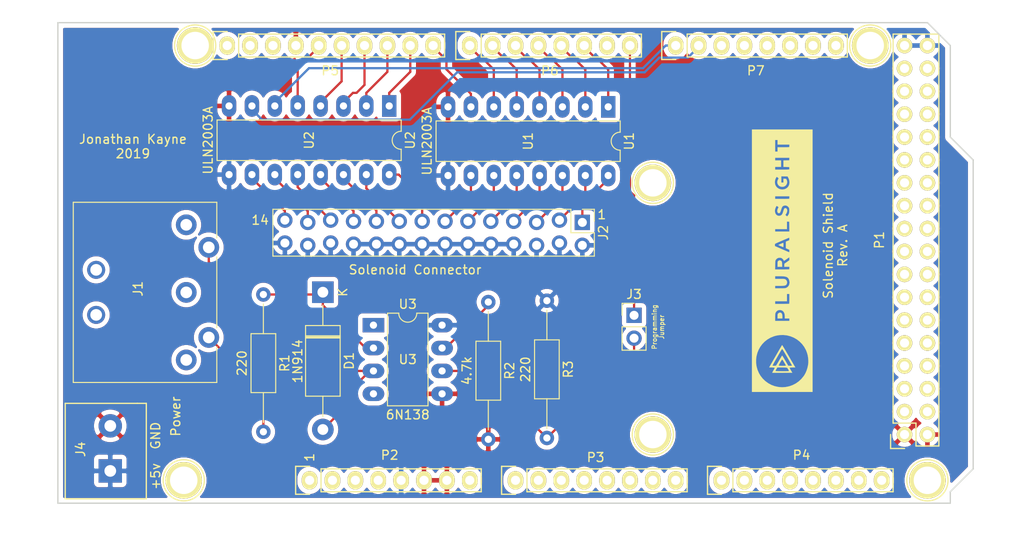
<source format=kicad_pcb>
(kicad_pcb (version 20171130) (host pcbnew "(5.1.0)-1")
  (title_block (date "mar. 31 mars 2015"))
  (layers (0 F.Cu signal) (31 B.Cu signal) (34 B.Paste user) (35 F.Paste user) (36 B.SilkS user) (37 F.SilkS user) (38 B.Mask user) (39 F.Mask user) (44 Edge.Cuts user))
  (net 0 "")
  (net 1 GND)
  (net 2 "/52(SCK)")
  (net 3 "/53(SS)")
  (net 4 "/50(MISO)")
  (net 5 "/51(MOSI)")
  (net 6 /48)
  (net 7 /49)
  (net 8 /46)
  (net 9 /47)
  (net 10 /44)
  (net 11 /45)
  (net 12 /42)
  (net 13 /43)
  (net 14 /40)
  (net 15 /41)
  (net 16 /38)
  (net 17 /39)
  (net 18 /36)
  (net 19 /37)
  (net 20 /34)
  (net 21 /35)
  (net 22 /32)
  (net 23 /33)
  (net 24 /30)
  (net 25 /31)
  (net 26 /28)
  (net 27 /29)
  (net 28 /26)
  (net 29 /27)
  (net 30 /24)
  (net 31 /25)
  (net 32 /22)
  (net 33 /23)
  (net 34 +5V)
  (net 35 /IOREF)
  (net 36 /Reset)
  (net 37 /Vin)
  (net 38 /A0)
  (net 39 /A1)
  (net 40 /A2)
  (net 41 /A3)
  (net 42 /A4)
  (net 43 /A5)
  (net 44 /A6)
  (net 45 /A7)
  (net 46 /A8)
  (net 47 /A9)
  (net 48 /A10)
  (net 49 /A11)
  (net 50 /A12)
  (net 51 /A13)
  (net 52 /A14)
  (net 53 /A15)
  (net 54 /SCL)
  (net 55 /SDA)
  (net 56 /AREF)
  (net 57 "/13(**)")
  (net 58 "/12(**)")
  (net 59 "/11(**)")
  (net 60 "/10(**)")
  (net 61 "/9(**)")
  (net 62 "/8(**)")
  (net 63 "/7(**)")
  (net 64 "/6(**)")
  (net 65 "/5(**)")
  (net 66 "/4(**)")
  (net 67 "/3(**)")
  (net 68 "/2(**)")
  (net 69 "/20(SDA)")
  (net 70 "/21(SCL)")
  (net 71 "Net-(P8-Pad1)")
  (net 72 "Net-(P9-Pad1)")
  (net 73 "Net-(P10-Pad1)")
  (net 74 "Net-(P11-Pad1)")
  (net 75 "Net-(P12-Pad1)")
  (net 76 "Net-(P13-Pad1)")
  (net 77 "Net-(P2-Pad1)")
  (net 78 +3V3)
  (net 79 "/1(Tx0)")
  (net 80 "/14(Tx3)")
  (net 81 "/15(Rx3)")
  (net 82 "/16(Tx2)")
  (net 83 "/17(Rx2)")
  (net 84 "/18(Tx1)")
  (net 85 "/19(Rx1)")
  (net 86 "Net-(D1-Pad1)")
  (net 87 "Net-(D1-Pad2)")
  (net 88 "Net-(J1-Pad3)")
  (net 89 "Net-(J1-Pad2)")
  (net 90 "Net-(J1-Pad1)")
  (net 91 "Net-(J1-Pad4)")
  (net 92 S14)
  (net 93 S13)
  (net 94 S12)
  (net 95 S11)
  (net 96 S10)
  (net 97 S9)
  (net 98 S8)
  (net 99 S7)
  (net 100 S6)
  (net 101 S5)
  (net 102 S4)
  (net 103 S3)
  (net 104 S2)
  (net 105 S1)
  (net 106 MIDI_Rx)
  (net 107 "Net-(R2-Pad1)")
  (net 108 "Net-(U3-Pad1)")
  (net 109 "Net-(U3-Pad4)")
  (net 110 "/0(Rx0)")
  (module "Pluralsight:Pluralsight Logo" (layer F.Cu) (at 183.769 94.7674 90)
    (fp_text reference G*** hide)
    (fp_text value LOGO hide)
  )
  (module Socket_Arduino_Mega:Socket_Strip_Arduino_2x18 (layer F.Cu) (at 197.358 114.046 90)
    (fp_text reference P1 (at 21.59 -2.794 90) (layer F.SilkS))
    (fp_text value Digital)
    (pad 1 thru_hole circle (at 0 0 90) (size 1.7272 1.7272) (drill 1.016) (layers *.Cu *.Mask F.SilkS) (net 1 GND))
    (pad 2 thru_hole oval (at 0 2.54 90) (size 1.7272 1.7272) (drill 1.016) (layers *.Cu *.Mask F.SilkS) (net 1 GND))
    (pad 3 thru_hole oval (at 2.54 0 90) (size 1.7272 1.7272) (drill 1.016) (layers *.Cu *.Mask F.SilkS) (net 2 "/52(SCK)"))
    (pad 4 thru_hole oval (at 2.54 2.54 90) (size 1.7272 1.7272) (drill 1.016) (layers *.Cu *.Mask F.SilkS) (net 3 "/53(SS)"))
    (pad 5 thru_hole oval (at 5.08 0 90) (size 1.7272 1.7272) (drill 1.016) (layers *.Cu *.Mask F.SilkS) (net 4 "/50(MISO)"))
    (pad 6 thru_hole oval (at 5.08 2.54 90) (size 1.7272 1.7272) (drill 1.016) (layers *.Cu *.Mask F.SilkS) (net 5 "/51(MOSI)"))
    (pad 7 thru_hole oval (at 7.62 0 90) (size 1.7272 1.7272) (drill 1.016) (layers *.Cu *.Mask F.SilkS) (net 6 /48))
    (pad 8 thru_hole oval (at 7.62 2.54 90) (size 1.7272 1.7272) (drill 1.016) (layers *.Cu *.Mask F.SilkS) (net 7 /49))
    (pad 9 thru_hole oval (at 10.16 0 90) (size 1.7272 1.7272) (drill 1.016) (layers *.Cu *.Mask F.SilkS) (net 8 /46))
    (pad 10 thru_hole oval (at 10.16 2.54 90) (size 1.7272 1.7272) (drill 1.016) (layers *.Cu *.Mask F.SilkS) (net 9 /47))
    (pad 11 thru_hole oval (at 12.7 0 90) (size 1.7272 1.7272) (drill 1.016) (layers *.Cu *.Mask F.SilkS) (net 10 /44))
    (pad 12 thru_hole oval (at 12.7 2.54 90) (size 1.7272 1.7272) (drill 1.016) (layers *.Cu *.Mask F.SilkS) (net 11 /45))
    (pad 13 thru_hole oval (at 15.24 0 90) (size 1.7272 1.7272) (drill 1.016) (layers *.Cu *.Mask F.SilkS) (net 12 /42))
    (pad 14 thru_hole oval (at 15.24 2.54 90) (size 1.7272 1.7272) (drill 1.016) (layers *.Cu *.Mask F.SilkS) (net 13 /43))
    (pad 15 thru_hole oval (at 17.78 0 90) (size 1.7272 1.7272) (drill 1.016) (layers *.Cu *.Mask F.SilkS) (net 14 /40))
    (pad 16 thru_hole oval (at 17.78 2.54 90) (size 1.7272 1.7272) (drill 1.016) (layers *.Cu *.Mask F.SilkS) (net 15 /41))
    (pad 17 thru_hole oval (at 20.32 0 90) (size 1.7272 1.7272) (drill 1.016) (layers *.Cu *.Mask F.SilkS) (net 16 /38))
    (pad 18 thru_hole oval (at 20.32 2.54 90) (size 1.7272 1.7272) (drill 1.016) (layers *.Cu *.Mask F.SilkS) (net 17 /39))
    (pad 19 thru_hole oval (at 22.86 0 90) (size 1.7272 1.7272) (drill 1.016) (layers *.Cu *.Mask F.SilkS) (net 18 /36))
    (pad 20 thru_hole oval (at 22.86 2.54 90) (size 1.7272 1.7272) (drill 1.016) (layers *.Cu *.Mask F.SilkS) (net 19 /37))
    (pad 21 thru_hole oval (at 25.4 0 90) (size 1.7272 1.7272) (drill 1.016) (layers *.Cu *.Mask F.SilkS) (net 20 /34))
    (pad 22 thru_hole oval (at 25.4 2.54 90) (size 1.7272 1.7272) (drill 1.016) (layers *.Cu *.Mask F.SilkS) (net 21 /35))
    (pad 23 thru_hole oval (at 27.94 0 90) (size 1.7272 1.7272) (drill 1.016) (layers *.Cu *.Mask F.SilkS) (net 22 /32))
    (pad 24 thru_hole oval (at 27.94 2.54 90) (size 1.7272 1.7272) (drill 1.016) (layers *.Cu *.Mask F.SilkS) (net 23 /33))
    (pad 25 thru_hole oval (at 30.48 0 90) (size 1.7272 1.7272) (drill 1.016) (layers *.Cu *.Mask F.SilkS) (net 24 /30))
    (pad 26 thru_hole oval (at 30.48 2.54 90) (size 1.7272 1.7272) (drill 1.016) (layers *.Cu *.Mask F.SilkS) (net 25 /31))
    (pad 27 thru_hole oval (at 33.02 0 90) (size 1.7272 1.7272) (drill 1.016) (layers *.Cu *.Mask F.SilkS) (net 26 /28))
    (pad 28 thru_hole oval (at 33.02 2.54 90) (size 1.7272 1.7272) (drill 1.016) (layers *.Cu *.Mask F.SilkS) (net 27 /29))
    (pad 29 thru_hole oval (at 35.56 0 90) (size 1.7272 1.7272) (drill 1.016) (layers *.Cu *.Mask F.SilkS) (net 28 /26))
    (pad 30 thru_hole oval (at 35.56 2.54 90) (size 1.7272 1.7272) (drill 1.016) (layers *.Cu *.Mask F.SilkS) (net 29 /27))
    (pad 31 thru_hole oval (at 38.1 0 90) (size 1.7272 1.7272) (drill 1.016) (layers *.Cu *.Mask F.SilkS) (net 30 /24))
    (pad 32 thru_hole oval (at 38.1 2.54 90) (size 1.7272 1.7272) (drill 1.016) (layers *.Cu *.Mask F.SilkS) (net 31 /25))
    (pad 33 thru_hole oval (at 40.64 0 90) (size 1.7272 1.7272) (drill 1.016) (layers *.Cu *.Mask F.SilkS) (net 32 /22))
    (pad 34 thru_hole oval (at 40.64 2.54 90) (size 1.7272 1.7272) (drill 1.016) (layers *.Cu *.Mask F.SilkS) (net 33 /23))
    (pad 35 thru_hole oval (at 43.18 0 90) (size 1.7272 1.7272) (drill 1.016) (layers *.Cu *.Mask F.SilkS) (net 34 +5V))
    (pad 36 thru_hole oval (at 43.18 2.54 90) (size 1.7272 1.7272) (drill 1.016) (layers *.Cu *.Mask F.SilkS) (net 34 +5V))
  )
  (module Socket_Arduino_Mega:Socket_Strip_Arduino_1x08 (layer F.Cu) (at 131.318 119.126)
    (fp_text reference P2 (at 8.89 -2.794) (layer F.SilkS))
    (fp_text value Power)
    (pad 1 thru_hole oval (at 0 0) (size 1.7272 2.032) (drill 1.016) (layers *.Cu *.Mask F.SilkS) (net 77 "Net-(P2-Pad1)"))
    (pad 2 thru_hole oval (at 2.54 0) (size 1.7272 2.032) (drill 1.016) (layers *.Cu *.Mask F.SilkS) (net 35 /IOREF))
    (pad 3 thru_hole oval (at 5.08 0) (size 1.7272 2.032) (drill 1.016) (layers *.Cu *.Mask F.SilkS) (net 36 /Reset))
    (pad 4 thru_hole oval (at 7.62 0) (size 1.7272 2.032) (drill 1.016) (layers *.Cu *.Mask F.SilkS) (net 78 +3V3))
    (pad 5 thru_hole oval (at 10.16 0) (size 1.7272 2.032) (drill 1.016) (layers *.Cu *.Mask F.SilkS) (net 34 +5V))
    (pad 6 thru_hole oval (at 12.7 0) (size 1.7272 2.032) (drill 1.016) (layers *.Cu *.Mask F.SilkS) (net 1 GND))
    (pad 7 thru_hole oval (at 15.24 0) (size 1.7272 2.032) (drill 1.016) (layers *.Cu *.Mask F.SilkS) (net 1 GND))
    (pad 8 thru_hole oval (at 17.78 0) (size 1.7272 2.032) (drill 1.016) (layers *.Cu *.Mask F.SilkS) (net 37 /Vin))
  )
  (module Socket_Arduino_Mega:Socket_Strip_Arduino_1x08 (layer F.Cu) (at 154.178 119.126)
    (fp_text reference P3 (at 8.89 -2.54) (layer F.SilkS))
    (fp_text value Analog)
    (pad 1 thru_hole oval (at 0 0) (size 1.7272 2.032) (drill 1.016) (layers *.Cu *.Mask F.SilkS) (net 38 /A0))
    (pad 2 thru_hole oval (at 2.54 0) (size 1.7272 2.032) (drill 1.016) (layers *.Cu *.Mask F.SilkS) (net 39 /A1))
    (pad 3 thru_hole oval (at 5.08 0) (size 1.7272 2.032) (drill 1.016) (layers *.Cu *.Mask F.SilkS) (net 40 /A2))
    (pad 4 thru_hole oval (at 7.62 0) (size 1.7272 2.032) (drill 1.016) (layers *.Cu *.Mask F.SilkS) (net 41 /A3))
    (pad 5 thru_hole oval (at 10.16 0) (size 1.7272 2.032) (drill 1.016) (layers *.Cu *.Mask F.SilkS) (net 42 /A4))
    (pad 6 thru_hole oval (at 12.7 0) (size 1.7272 2.032) (drill 1.016) (layers *.Cu *.Mask F.SilkS) (net 43 /A5))
    (pad 7 thru_hole oval (at 15.24 0) (size 1.7272 2.032) (drill 1.016) (layers *.Cu *.Mask F.SilkS) (net 44 /A6))
    (pad 8 thru_hole oval (at 17.78 0) (size 1.7272 2.032) (drill 1.016) (layers *.Cu *.Mask F.SilkS) (net 45 /A7))
  )
  (module Socket_Arduino_Mega:Socket_Strip_Arduino_1x08 (layer F.Cu) (at 177.038 119.126)
    (fp_text reference P4 (at 8.89 -2.794) (layer F.SilkS))
    (fp_text value Analog)
    (pad 1 thru_hole oval (at 0 0) (size 1.7272 2.032) (drill 1.016) (layers *.Cu *.Mask F.SilkS) (net 46 /A8))
    (pad 2 thru_hole oval (at 2.54 0) (size 1.7272 2.032) (drill 1.016) (layers *.Cu *.Mask F.SilkS) (net 47 /A9))
    (pad 3 thru_hole oval (at 5.08 0) (size 1.7272 2.032) (drill 1.016) (layers *.Cu *.Mask F.SilkS) (net 48 /A10))
    (pad 4 thru_hole oval (at 7.62 0) (size 1.7272 2.032) (drill 1.016) (layers *.Cu *.Mask F.SilkS) (net 49 /A11))
    (pad 5 thru_hole oval (at 10.16 0) (size 1.7272 2.032) (drill 1.016) (layers *.Cu *.Mask F.SilkS) (net 50 /A12))
    (pad 6 thru_hole oval (at 12.7 0) (size 1.7272 2.032) (drill 1.016) (layers *.Cu *.Mask F.SilkS) (net 51 /A13))
    (pad 7 thru_hole oval (at 15.24 0) (size 1.7272 2.032) (drill 1.016) (layers *.Cu *.Mask F.SilkS) (net 52 /A14))
    (pad 8 thru_hole oval (at 17.78 0) (size 1.7272 2.032) (drill 1.016) (layers *.Cu *.Mask F.SilkS) (net 53 /A15))
  )
  (module Socket_Arduino_Mega:Socket_Strip_Arduino_1x10 (layer F.Cu) (at 122.174 70.866)
    (fp_text reference P5 (at 11.43 2.794) (layer F.SilkS))
    (fp_text value PWM)
    (pad 1 thru_hole oval (at 0 0) (size 1.7272 2.032) (drill 1.016) (layers *.Cu *.Mask F.SilkS) (net 54 /SCL))
    (pad 2 thru_hole oval (at 2.54 0) (size 1.7272 2.032) (drill 1.016) (layers *.Cu *.Mask F.SilkS) (net 55 /SDA))
    (pad 3 thru_hole oval (at 5.08 0) (size 1.7272 2.032) (drill 1.016) (layers *.Cu *.Mask F.SilkS) (net 56 /AREF))
    (pad 4 thru_hole oval (at 7.62 0) (size 1.7272 2.032) (drill 1.016) (layers *.Cu *.Mask F.SilkS) (net 1 GND))
    (pad 5 thru_hole oval (at 10.16 0) (size 1.7272 2.032) (drill 1.016) (layers *.Cu *.Mask F.SilkS) (net 57 "/13(**)"))
    (pad 6 thru_hole oval (at 12.7 0) (size 1.7272 2.032) (drill 1.016) (layers *.Cu *.Mask F.SilkS) (net 58 "/12(**)"))
    (pad 7 thru_hole oval (at 15.24 0) (size 1.7272 2.032) (drill 1.016) (layers *.Cu *.Mask F.SilkS) (net 59 "/11(**)"))
    (pad 8 thru_hole oval (at 17.78 0) (size 1.7272 2.032) (drill 1.016) (layers *.Cu *.Mask F.SilkS) (net 60 "/10(**)"))
    (pad 9 thru_hole oval (at 20.32 0) (size 1.7272 2.032) (drill 1.016) (layers *.Cu *.Mask F.SilkS) (net 61 "/9(**)"))
    (pad 10 thru_hole oval (at 22.86 0) (size 1.7272 2.032) (drill 1.016) (layers *.Cu *.Mask F.SilkS) (net 62 "/8(**)"))
  )
  (module Socket_Arduino_Mega:Socket_Strip_Arduino_1x08 (layer F.Cu) (at 149.098 70.866)
    (fp_text reference P6 (at 8.89 2.794) (layer F.SilkS))
    (fp_text value PWM)
    (pad 1 thru_hole oval (at 0 0) (size 1.7272 2.032) (drill 1.016) (layers *.Cu *.Mask F.SilkS) (net 63 "/7(**)"))
    (pad 2 thru_hole oval (at 2.54 0) (size 1.7272 2.032) (drill 1.016) (layers *.Cu *.Mask F.SilkS) (net 64 "/6(**)"))
    (pad 3 thru_hole oval (at 5.08 0) (size 1.7272 2.032) (drill 1.016) (layers *.Cu *.Mask F.SilkS) (net 65 "/5(**)"))
    (pad 4 thru_hole oval (at 7.62 0) (size 1.7272 2.032) (drill 1.016) (layers *.Cu *.Mask F.SilkS) (net 66 "/4(**)"))
    (pad 5 thru_hole oval (at 10.16 0) (size 1.7272 2.032) (drill 1.016) (layers *.Cu *.Mask F.SilkS) (net 67 "/3(**)"))
    (pad 6 thru_hole oval (at 12.7 0) (size 1.7272 2.032) (drill 1.016) (layers *.Cu *.Mask F.SilkS) (net 68 "/2(**)"))
    (pad 7 thru_hole oval (at 15.24 0) (size 1.7272 2.032) (drill 1.016) (layers *.Cu *.Mask F.SilkS) (net 79 "/1(Tx0)"))
    (pad 8 thru_hole oval (at 17.78 0) (size 1.7272 2.032) (drill 1.016) (layers *.Cu *.Mask F.SilkS) (net 110 "/0(Rx0)"))
  )
  (module Socket_Arduino_Mega:Socket_Strip_Arduino_1x08 (layer F.Cu) (at 171.958 70.866)
    (fp_text reference P7 (at 8.89 2.794) (layer F.SilkS))
    (fp_text value Communication)
    (pad 1 thru_hole oval (at 0 0) (size 1.7272 2.032) (drill 1.016) (layers *.Cu *.Mask F.SilkS) (net 80 "/14(Tx3)"))
    (pad 2 thru_hole oval (at 2.54 0) (size 1.7272 2.032) (drill 1.016) (layers *.Cu *.Mask F.SilkS) (net 81 "/15(Rx3)"))
    (pad 3 thru_hole oval (at 5.08 0) (size 1.7272 2.032) (drill 1.016) (layers *.Cu *.Mask F.SilkS) (net 82 "/16(Tx2)"))
    (pad 4 thru_hole oval (at 7.62 0) (size 1.7272 2.032) (drill 1.016) (layers *.Cu *.Mask F.SilkS) (net 83 "/17(Rx2)"))
    (pad 5 thru_hole oval (at 10.16 0) (size 1.7272 2.032) (drill 1.016) (layers *.Cu *.Mask F.SilkS) (net 84 "/18(Tx1)"))
    (pad 6 thru_hole oval (at 12.7 0) (size 1.7272 2.032) (drill 1.016) (layers *.Cu *.Mask F.SilkS) (net 85 "/19(Rx1)"))
    (pad 7 thru_hole oval (at 15.24 0) (size 1.7272 2.032) (drill 1.016) (layers *.Cu *.Mask F.SilkS) (net 69 "/20(SDA)"))
    (pad 8 thru_hole oval (at 17.78 0) (size 1.7272 2.032) (drill 1.016) (layers *.Cu *.Mask F.SilkS) (net 70 "/21(SCL)"))
  )
  (module Socket_Arduino_Mega:Arduino_1pin (layer F.Cu) (at 117.348 119.126)
    (fp_text reference P8 hide)
    (fp_text value CONN_01X01 hide)
    (pad 1 thru_hole circle (at 0 0) (size 4.064 4.064) (drill 3.048) (layers *.Cu *.Mask F.SilkS) (net 71 "Net-(P8-Pad1)"))
  )
  (module Socket_Arduino_Mega:Arduino_1pin (layer F.Cu) (at 169.418 114.046)
    (fp_text reference P9 hide)
    (fp_text value CONN_01X01 hide)
    (pad 1 thru_hole circle (at 0 0) (size 4.064 4.064) (drill 3.048) (layers *.Cu *.Mask F.SilkS) (net 72 "Net-(P9-Pad1)"))
  )
  (module Socket_Arduino_Mega:Arduino_1pin (layer F.Cu) (at 199.898 119.126)
    (fp_text reference P10 hide)
    (fp_text value CONN_01X01 hide)
    (pad 1 thru_hole circle (at 0 0) (size 4.064 4.064) (drill 3.048) (layers *.Cu *.Mask F.SilkS) (net 73 "Net-(P10-Pad1)"))
  )
  (module Socket_Arduino_Mega:Arduino_1pin (layer F.Cu) (at 118.618 70.866)
    (fp_text reference P11 hide)
    (fp_text value CONN_01X01 hide)
    (pad 1 thru_hole circle (at 0 0) (size 4.064 4.064) (drill 3.048) (layers *.Cu *.Mask F.SilkS) (net 74 "Net-(P11-Pad1)"))
  )
  (module Socket_Arduino_Mega:Arduino_1pin (layer F.Cu) (at 169.418 86.106)
    (fp_text reference P12 hide)
    (fp_text value CONN_01X01 hide)
    (pad 1 thru_hole circle (at 0 0) (size 4.064 4.064) (drill 3.048) (layers *.Cu *.Mask F.SilkS) (net 75 "Net-(P12-Pad1)"))
  )
  (module Socket_Arduino_Mega:Arduino_1pin (layer F.Cu) (at 193.548 70.866)
    (fp_text reference P13 hide)
    (fp_text value CONN_01X01 hide)
    (pad 1 thru_hole circle (at 0 0) (size 4.064 4.064) (drill 3.048) (layers *.Cu *.Mask F.SilkS) (net 76 "Net-(P13-Pad1)"))
  )
  (module Diode_THT:D_DO-15_P15.24mm_Horizontal (layer F.Cu) (at 132.7912 98.2472 270)
    (fp_text reference D1 (at 7.62 -2.92 270) (layer F.SilkS))
    (fp_text value 1N914 (at 7.6708 2.794 270) (layer F.SilkS))
    (fp_text user K (at 0 -2.2 270) (layer F.SilkS))
    (pad 1 thru_hole rect (at 0 0 270) (size 2.4 2.4) (drill 1.2) (layers *.Cu *.Mask) (net 86 "Net-(D1-Pad1)"))
    (pad 2 thru_hole oval (at 15.24 0 270) (size 2.4 2.4) (drill 1.2) (layers *.Cu *.Mask) (net 87 "Net-(D1-Pad2)"))
  )
  (module Connectors:SDS-50J (layer F.Cu) (at 117.6274 105.7656 90)
    (fp_text reference J1 (at 7.8994 -5.3594 90) (layer F.SilkS))
    (fp_text value DIN-5_180degree)
    (pad 5 thru_hole circle (at 12.5 2.5 90) (size 2.3 2.3) (drill 1.3) (layers *.Cu *.Mask) (net 87 "Net-(D1-Pad2)"))
    (pad "" thru_hole circle (at 5 -10 90) (size 2 2) (drill 1.3) (layers *.Cu *.Mask))
    (pad 3 thru_hole circle (at 15 0 90) (size 2.3 2.3) (drill 1.3) (layers *.Cu *.Mask) (net 88 "Net-(J1-Pad3)"))
    (pad 2 thru_hole circle (at 7.5 0 90) (size 2.3 2.3) (drill 1.3) (layers *.Cu *.Mask) (net 89 "Net-(J1-Pad2)"))
    (pad 1 thru_hole circle (at 0 0 90) (size 2.3 2.3) (drill 1.3) (layers *.Cu *.Mask) (net 90 "Net-(J1-Pad1)"))
    (pad 4 thru_hole circle (at 2.5 2.5 90) (size 2.3 2.3) (drill 1.3) (layers *.Cu *.Mask) (net 91 "Net-(J1-Pad4)"))
    (pad "" thru_hole circle (at 10 -10 90) (size 2 2) (drill 1.3) (layers *.Cu *.Mask))
  )
  (module Pluralsight:PinHeader_2x14_P2.54mm_Vertical_zigzag (layer F.Cu) (at 161.5948 90.3732 270)
    (fp_text reference J2 (at 1.27 -2.33 270) (layer F.SilkS))
    (fp_text value "Solenoid Connector" (at 5.3848 18.5674) (layer F.SilkS))
    (pad 28 thru_hole oval (at 2.413 33.02 270) (size 1.7 1.7) (drill 1) (layers *.Cu *.Mask) (net 34 +5V))
    (pad 27 thru_hole oval (at -0.127 33.02 270) (size 1.7 1.7) (drill 1) (layers *.Cu *.Mask) (net 92 S14))
    (pad 26 thru_hole oval (at 2.667 30.48 270) (size 1.7 1.7) (drill 1) (layers *.Cu *.Mask) (net 34 +5V))
    (pad 25 thru_hole oval (at 0.127 30.48 270) (size 1.7 1.7) (drill 1) (layers *.Cu *.Mask) (net 93 S13))
    (pad 24 thru_hole oval (at 2.413 27.94 270) (size 1.7 1.7) (drill 1) (layers *.Cu *.Mask) (net 34 +5V))
    (pad 23 thru_hole oval (at -0.127 27.94 270) (size 1.7 1.7) (drill 1) (layers *.Cu *.Mask) (net 94 S12))
    (pad 22 thru_hole oval (at 2.54 25.4 270) (size 1.7 1.7) (drill 1) (layers *.Cu *.Mask) (net 34 +5V))
    (pad 21 thru_hole oval (at 0 25.4 270) (size 1.7 1.7) (drill 1) (layers *.Cu *.Mask) (net 95 S11))
    (pad 20 thru_hole oval (at 2.54 22.86 270) (size 1.7 1.7) (drill 1) (layers *.Cu *.Mask) (net 34 +5V))
    (pad 19 thru_hole oval (at 0 22.86 270) (size 1.7 1.7) (drill 1) (layers *.Cu *.Mask) (net 96 S10))
    (pad 18 thru_hole oval (at 2.54 20.32 270) (size 1.7 1.7) (drill 1) (layers *.Cu *.Mask) (net 34 +5V))
    (pad 17 thru_hole oval (at 0 20.32 270) (size 1.7 1.7) (drill 1) (layers *.Cu *.Mask) (net 97 S9))
    (pad 16 thru_hole oval (at 2.54 17.78 270) (size 1.7 1.7) (drill 1) (layers *.Cu *.Mask) (net 34 +5V))
    (pad 15 thru_hole oval (at 0 17.78 270) (size 1.7 1.7) (drill 1) (layers *.Cu *.Mask) (net 98 S8))
    (pad 14 thru_hole oval (at 2.54 15.24 270) (size 1.7 1.7) (drill 1) (layers *.Cu *.Mask) (net 34 +5V))
    (pad 13 thru_hole oval (at 0 15.24 270) (size 1.7 1.7) (drill 1) (layers *.Cu *.Mask) (net 99 S7))
    (pad 12 thru_hole oval (at 2.54 12.7 270) (size 1.7 1.7) (drill 1) (layers *.Cu *.Mask) (net 34 +5V))
    (pad 11 thru_hole oval (at 0 12.7 270) (size 1.7 1.7) (drill 1) (layers *.Cu *.Mask) (net 100 S6))
    (pad 10 thru_hole oval (at 2.54 10.16 270) (size 1.7 1.7) (drill 1) (layers *.Cu *.Mask) (net 34 +5V))
    (pad 9 thru_hole oval (at 0 10.16 270) (size 1.7 1.7) (drill 1) (layers *.Cu *.Mask) (net 101 S5))
    (pad 8 thru_hole oval (at 2.54 7.62 270) (size 1.7 1.7) (drill 1) (layers *.Cu *.Mask) (net 34 +5V))
    (pad 7 thru_hole oval (at 0 7.62 270) (size 1.7 1.7) (drill 1) (layers *.Cu *.Mask) (net 102 S4))
    (pad 6 thru_hole oval (at 2.667 5.08 270) (size 1.7 1.7) (drill 1) (layers *.Cu *.Mask) (net 34 +5V))
    (pad 5 thru_hole oval (at 0.127 5.08 270) (size 1.7 1.7) (drill 1) (layers *.Cu *.Mask) (net 103 S3))
    (pad 4 thru_hole oval (at 2.413 2.54 270) (size 1.7 1.7) (drill 1) (layers *.Cu *.Mask) (net 34 +5V))
    (pad 3 thru_hole oval (at -0.127 2.54 270) (size 1.7 1.7) (drill 1) (layers *.Cu *.Mask) (net 104 S2))
    (pad 2 thru_hole oval (at 2.667 0 270) (size 1.7 1.7) (drill 1) (layers *.Cu *.Mask) (net 34 +5V))
    (pad 1 thru_hole rect (at 0.127 0 270) (size 1.7 1.7) (drill 1) (layers *.Cu *.Mask) (net 105 S1))
  )
  (module Resistor_THT:R_Axial_DIN0207_L6.3mm_D2.5mm_P15.24mm_Horizontal (layer F.Cu) (at 126.1872 98.5012 270)
    (fp_text reference R1 (at 7.62 -2.37 270) (layer F.SilkS))
    (fp_text value 220 (at 7.62 2.37 270) (layer F.SilkS))
    (pad 1 thru_hole circle (at 0 0 270) (size 1.6 1.6) (drill 0.8) (layers *.Cu *.Mask) (net 86 "Net-(D1-Pad1)"))
    (pad 2 thru_hole oval (at 15.24 0 270) (size 1.6 1.6) (drill 0.8) (layers *.Cu *.Mask) (net 91 "Net-(J1-Pad4)"))
  )
  (module Resistor_THT:R_Axial_DIN0207_L6.3mm_D2.5mm_P15.24mm_Horizontal (layer F.Cu) (at 151.1554 99.3394 270)
    (fp_text reference R2 (at 7.62 -2.37 270) (layer F.SilkS))
    (fp_text value 4.7k (at 7.62 2.37 270) (layer F.SilkS))
    (pad 1 thru_hole circle (at 0 0 270) (size 1.6 1.6) (drill 0.8) (layers *.Cu *.Mask) (net 107 "Net-(R2-Pad1)"))
    (pad 2 thru_hole oval (at 15.24 0 270) (size 1.6 1.6) (drill 0.8) (layers *.Cu *.Mask) (net 1 GND))
  )
  (module Resistor_THT:R_Axial_DIN0207_L6.3mm_D2.5mm_P15.24mm_Horizontal (layer F.Cu) (at 157.6578 99.187 270)
    (fp_text reference R3 (at 7.62 -2.37 270) (layer F.SilkS))
    (fp_text value 220 (at 7.62 2.37 270) (layer F.SilkS))
    (pad 2 thru_hole oval (at 15.24 0 270) (size 1.6 1.6) (drill 0.8) (layers *.Cu *.Mask) (net 106 MIDI_Rx))
    (pad 1 thru_hole circle (at 0 0 270) (size 1.6 1.6) (drill 0.8) (layers *.Cu *.Mask) (net 34 +5V))
  )
  (module Package_DIP:DIP-16_W7.62mm_LongPads (layer F.Cu) (at 164.465 77.6732 270)
    (fp_text reference U1 (at 3.81 -2.33 270) (layer F.SilkS))
    (fp_text value ULN2003A (at 3.81 20.11 270) (layer F.SilkS))
    (fp_text user %R (at 3.81 8.89 270) (layer F.SilkS))
    (pad 1 thru_hole rect (at 0 0 270) (size 2.4 1.6) (drill 0.8) (layers *.Cu *.Mask) (net 68 "/2(**)"))
    (pad 9 thru_hole oval (at 7.62 17.78 270) (size 2.4 1.6) (drill 0.8) (layers *.Cu *.Mask) (net 34 +5V))
    (pad 2 thru_hole oval (at 0 2.54 270) (size 2.4 1.6) (drill 0.8) (layers *.Cu *.Mask) (net 67 "/3(**)"))
    (pad 10 thru_hole oval (at 7.62 15.24 270) (size 2.4 1.6) (drill 0.8) (layers *.Cu *.Mask) (net 99 S7))
    (pad 3 thru_hole oval (at 0 5.08 270) (size 2.4 1.6) (drill 0.8) (layers *.Cu *.Mask) (net 66 "/4(**)"))
    (pad 11 thru_hole oval (at 7.62 12.7 270) (size 2.4 1.6) (drill 0.8) (layers *.Cu *.Mask) (net 100 S6))
    (pad 4 thru_hole oval (at 0 7.62 270) (size 2.4 1.6) (drill 0.8) (layers *.Cu *.Mask) (net 65 "/5(**)"))
    (pad 12 thru_hole oval (at 7.62 10.16 270) (size 2.4 1.6) (drill 0.8) (layers *.Cu *.Mask) (net 101 S5))
    (pad 5 thru_hole oval (at 0 10.16 270) (size 2.4 1.6) (drill 0.8) (layers *.Cu *.Mask) (net 64 "/6(**)"))
    (pad 13 thru_hole oval (at 7.62 7.62 270) (size 2.4 1.6) (drill 0.8) (layers *.Cu *.Mask) (net 102 S4))
    (pad 6 thru_hole oval (at 0 12.7 270) (size 2.4 1.6) (drill 0.8) (layers *.Cu *.Mask) (net 63 "/7(**)"))
    (pad 14 thru_hole oval (at 7.62 5.08 270) (size 2.4 1.6) (drill 0.8) (layers *.Cu *.Mask) (net 103 S3))
    (pad 7 thru_hole oval (at 0 15.24 270) (size 2.4 1.6) (drill 0.8) (layers *.Cu *.Mask) (net 62 "/8(**)"))
    (pad 15 thru_hole oval (at 7.62 2.54 270) (size 2.4 1.6) (drill 0.8) (layers *.Cu *.Mask) (net 104 S2))
    (pad 8 thru_hole oval (at 0 17.78 270) (size 2.4 1.6) (drill 0.8) (layers *.Cu *.Mask) (net 1 GND))
    (pad 16 thru_hole oval (at 7.62 0 270) (size 2.4 1.6) (drill 0.8) (layers *.Cu *.Mask) (net 105 S1))
  )
  (module Package_DIP:DIP-16_W7.62mm_LongPads (layer F.Cu) (at 140.1572 77.5716 270)
    (fp_text reference U2 (at 3.81 -2.33 270) (layer F.SilkS))
    (fp_text value ULN2003A (at 3.81 20.11 270) (layer F.SilkS))
    (fp_text user %R (at 3.81 8.89 270) (layer F.SilkS))
    (pad 16 thru_hole oval (at 7.62 0 270) (size 2.4 1.6) (drill 0.8) (layers *.Cu *.Mask) (net 98 S8))
    (pad 8 thru_hole oval (at 0 17.78 270) (size 2.4 1.6) (drill 0.8) (layers *.Cu *.Mask) (net 1 GND))
    (pad 15 thru_hole oval (at 7.62 2.54 270) (size 2.4 1.6) (drill 0.8) (layers *.Cu *.Mask) (net 97 S9))
    (pad 7 thru_hole oval (at 0 15.24 270) (size 2.4 1.6) (drill 0.8) (layers *.Cu *.Mask) (net 81 "/15(Rx3)"))
    (pad 14 thru_hole oval (at 7.62 5.08 270) (size 2.4 1.6) (drill 0.8) (layers *.Cu *.Mask) (net 96 S10))
    (pad 6 thru_hole oval (at 0 12.7 270) (size 2.4 1.6) (drill 0.8) (layers *.Cu *.Mask) (net 80 "/14(Tx3)"))
    (pad 13 thru_hole oval (at 7.62 7.62 270) (size 2.4 1.6) (drill 0.8) (layers *.Cu *.Mask) (net 95 S11))
    (pad 5 thru_hole oval (at 0 10.16 270) (size 2.4 1.6) (drill 0.8) (layers *.Cu *.Mask) (net 57 "/13(**)"))
    (pad 12 thru_hole oval (at 7.62 10.16 270) (size 2.4 1.6) (drill 0.8) (layers *.Cu *.Mask) (net 94 S12))
    (pad 4 thru_hole oval (at 0 7.62 270) (size 2.4 1.6) (drill 0.8) (layers *.Cu *.Mask) (net 58 "/12(**)"))
    (pad 11 thru_hole oval (at 7.62 12.7 270) (size 2.4 1.6) (drill 0.8) (layers *.Cu *.Mask) (net 93 S13))
    (pad 3 thru_hole oval (at 0 5.08 270) (size 2.4 1.6) (drill 0.8) (layers *.Cu *.Mask) (net 59 "/11(**)"))
    (pad 10 thru_hole oval (at 7.62 15.24 270) (size 2.4 1.6) (drill 0.8) (layers *.Cu *.Mask) (net 92 S14))
    (pad 2 thru_hole oval (at 0 2.54 270) (size 2.4 1.6) (drill 0.8) (layers *.Cu *.Mask) (net 60 "/10(**)"))
    (pad 9 thru_hole oval (at 7.62 17.78 270) (size 2.4 1.6) (drill 0.8) (layers *.Cu *.Mask) (net 34 +5V))
    (pad 1 thru_hole rect (at 0 0 270) (size 2.4 1.6) (drill 0.8) (layers *.Cu *.Mask) (net 61 "/9(**)"))
  )
  (module Package_DIP:DIP-8_W7.62mm_LongPads (layer F.Cu) (at 138.4046 101.9048)
    (fp_text reference U3 (at 3.81 -2.33) (layer F.SilkS))
    (fp_text value 6N138 (at 3.81 9.95) (layer F.SilkS))
    (fp_text user %R (at 3.81 3.81) (layer F.SilkS))
    (pad 1 thru_hole rect (at 0 0) (size 2.4 1.6) (drill 0.8) (layers *.Cu *.Mask) (net 108 "Net-(U3-Pad1)"))
    (pad 5 thru_hole oval (at 7.62 7.62) (size 2.4 1.6) (drill 0.8) (layers *.Cu *.Mask) (net 1 GND))
    (pad 2 thru_hole oval (at 0 2.54) (size 2.4 1.6) (drill 0.8) (layers *.Cu *.Mask) (net 86 "Net-(D1-Pad1)"))
    (pad 6 thru_hole oval (at 7.62 5.08) (size 2.4 1.6) (drill 0.8) (layers *.Cu *.Mask) (net 106 MIDI_Rx))
    (pad 3 thru_hole oval (at 0 5.08) (size 2.4 1.6) (drill 0.8) (layers *.Cu *.Mask) (net 87 "Net-(D1-Pad2)"))
    (pad 7 thru_hole oval (at 7.62 2.54) (size 2.4 1.6) (drill 0.8) (layers *.Cu *.Mask) (net 107 "Net-(R2-Pad1)"))
    (pad 4 thru_hole oval (at 0 7.62) (size 2.4 1.6) (drill 0.8) (layers *.Cu *.Mask) (net 109 "Net-(U3-Pad4)"))
    (pad 8 thru_hole oval (at 7.62 0) (size 2.4 1.6) (drill 0.8) (layers *.Cu *.Mask) (net 34 +5V))
  )
  (module Connector_PinHeader_2.54mm:PinHeader_1x02_P2.54mm_Vertical (layer F.Cu) (at 167.3352 100.8126)
    (fp_text reference J3 (at 0 -2.33) (layer F.SilkS))
    (fp_text value "Prog Jumper")
    (pad 1 thru_hole rect (at 0 0) (size 1.7 1.7) (drill 1) (layers *.Cu *.Mask) (net 110 "/0(Rx0)"))
    (pad 2 thru_hole oval (at 0 2.54) (size 1.7 1.7) (drill 1) (layers *.Cu *.Mask) (net 106 MIDI_Rx))
  )
  (module Pluralsight:2_Pos_Screw_Term (layer F.Cu) (at 109.1946 118.0846 90)
    (fp_text reference J4 (at 2.4 -3.3 90) (layer F.SilkS))
    (fp_text value Power (at 6.0452 7.2644 90) (layer F.SilkS))
    (pad 1 thru_hole rect (at 0 0 90) (size 2.6 2.6) (drill 1.3) (layers *.Cu *.Mask) (net 34 +5V))
    (pad 2 thru_hole circle (at 5 0 90) (size 2.6 2.6) (drill 1.3) (layers *.Cu *.Mask) (net 1 GND))
  )
  (gr_text "Programming\nJumper" (at 170.0022 102.108 90) (layer F.SilkS) (effects (font (size 0.5 0.5) (thickness 0.1))))
  (gr_text "Solenoid Shield\nRev. A" (at 189.6872 93.0656 90) (layer F.SilkS) (effects (font (size 1 1))))
  (gr_text "+5v  GND" (at 114.2238 116.4082 90) (layer F.SilkS) (effects (font (size 1 1))))
  (gr_text "Jonathan Kayne\n2019" (at 111.7092 82.0674) (layer F.SilkS) (effects (font (size 1 1))))
  (gr_text 14 (at 125.8316 90.2462) (layer F.SilkS) (effects (font (size 1 1))))
  (gr_text 1 (at 163.7538 89.6366) (layer F.SilkS) (effects (font (size 1 1))))
  (gr_text 1 (at 131.318 116.586 90) (layer F.SilkS) (effects (font (size 1 1))))
  (gr_line (start 202.438 121.666) (end 103.378 121.666) (angle 90) (layer Edge.Cuts) (width 0.15))
  (gr_line (start 202.438 120.396) (end 202.438 121.666) (angle 90) (layer Edge.Cuts) (width 0.15))
  (gr_line (start 204.978 117.856) (end 202.438 120.396) (angle 90) (layer Edge.Cuts) (width 0.15))
  (gr_line (start 204.978 83.566) (end 204.978 117.856) (angle 90) (layer Edge.Cuts) (width 0.15))
  (gr_line (start 202.438 81.026) (end 204.978 83.566) (angle 90) (layer Edge.Cuts) (width 0.15))
  (gr_line (start 202.438 70.866) (end 202.438 81.026) (angle 90) (layer Edge.Cuts) (width 0.15))
  (gr_line (start 199.898 68.326) (end 202.438 70.866) (angle 90) (layer Edge.Cuts) (width 0.15))
  (gr_line (start 103.378 68.326) (end 199.898 68.326) (angle 90) (layer Edge.Cuts) (width 0.15))
  (gr_line (start 103.378 121.666) (end 103.378 68.326) (angle 90) (layer Edge.Cuts) (width 0.15))
  (segment (start 132.334 71.0184) (end 132.334 70.866) (width 0.25) (layer F.Cu) (net 57))
  (segment (start 131.2204 72.132) (end 132.334 71.0184) (width 0.25) (layer F.Cu) (net 57))
  (segment (start 131.068 72.132) (end 131.2204 72.132) (width 0.25) (layer F.Cu) (net 57))
  (segment (start 129.9972 73.2028) (end 131.068 72.132) (width 0.25) (layer F.Cu) (net 57))
  (segment (start 129.9972 77.5716) (end 129.9972 73.2028) (width 0.25) (layer F.Cu) (net 57))
  (segment (start 132.5372 77.1716) (end 134.874 74.8348) (width 0.25) (layer F.Cu) (net 58))
  (segment (start 132.5372 77.5716) (end 132.5372 77.1716) (width 0.25) (layer F.Cu) (net 58))
  (segment (start 134.874 74.8348) (end 134.874 70.866) (width 0.25) (layer F.Cu) (net 58))
  (segment (start 135.0772 77.1716) (end 135.0772 77.5716) (width 0.25) (layer F.Cu) (net 59))
  (segment (start 136.1272 76.1216) (end 135.0772 77.1716) (width 0.25) (layer F.Cu) (net 59))
  (segment (start 136.5272 76.1216) (end 136.1272 76.1216) (width 0.25) (layer F.Cu) (net 59))
  (segment (start 137.414 75.2348) (end 136.5272 76.1216) (width 0.25) (layer F.Cu) (net 59))
  (segment (start 137.414 70.866) (end 137.414 75.2348) (width 0.25) (layer F.Cu) (net 59))
  (segment (start 139.954 72.132) (end 139.954 70.866) (width 0.25) (layer F.Cu) (net 60))
  (segment (start 139.954 73.7848) (end 139.954 72.132) (width 0.25) (layer F.Cu) (net 60))
  (segment (start 137.6172 76.1216) (end 139.954 73.7848) (width 0.25) (layer F.Cu) (net 60))
  (segment (start 137.6172 77.5716) (end 137.6172 76.1216) (width 0.25) (layer F.Cu) (net 60))
  (segment (start 142.494 72.132) (end 142.494 70.866) (width 0.25) (layer F.Cu) (net 61))
  (segment (start 142.494 73.7848) (end 142.494 72.132) (width 0.25) (layer F.Cu) (net 61))
  (segment (start 140.1572 76.1216) (end 142.494 73.7848) (width 0.25) (layer F.Cu) (net 61))
  (segment (start 140.1572 77.5716) (end 140.1572 76.1216) (width 0.25) (layer F.Cu) (net 61))
  (segment (start 149.225 76.2232) (end 146.5094 73.5076) (width 0.25) (layer F.Cu) (net 62))
  (segment (start 149.225 77.6732) (end 149.225 76.2232) (width 0.25) (layer F.Cu) (net 62))
  (segment (start 145.034 71.0184) (end 145.034 70.866) (width 0.25) (layer F.Cu) (net 62))
  (segment (start 146.5094 72.4938) (end 145.034 71.0184) (width 0.25) (layer F.Cu) (net 62))
  (segment (start 146.5094 73.5076) (end 146.5094 72.4938) (width 0.25) (layer F.Cu) (net 62))
  (segment (start 149.098 71.0184) (end 149.098 70.866) (width 0.25) (layer F.Cu) (net 63))
  (segment (start 150.2116 72.132) (end 149.098 71.0184) (width 0.25) (layer F.Cu) (net 63))
  (segment (start 150.364 72.132) (end 150.2116 72.132) (width 0.25) (layer F.Cu) (net 63))
  (segment (start 151.765 73.533) (end 150.364 72.132) (width 0.25) (layer F.Cu) (net 63))
  (segment (start 151.765 77.6732) (end 151.765 73.533) (width 0.25) (layer F.Cu) (net 63))
  (segment (start 151.638 71.0184) (end 151.638 70.866) (width 0.25) (layer F.Cu) (net 64))
  (segment (start 152.7516 72.132) (end 151.638 71.0184) (width 0.25) (layer F.Cu) (net 64))
  (segment (start 152.904 72.132) (end 152.7516 72.132) (width 0.25) (layer F.Cu) (net 64))
  (segment (start 154.305 73.533) (end 152.904 72.132) (width 0.25) (layer F.Cu) (net 64))
  (segment (start 154.305 77.6732) (end 154.305 73.533) (width 0.25) (layer F.Cu) (net 64))
  (segment (start 154.178 71.0184) (end 154.178 70.866) (width 0.25) (layer F.Cu) (net 65))
  (segment (start 155.2916 72.132) (end 154.178 71.0184) (width 0.25) (layer F.Cu) (net 65))
  (segment (start 155.444 72.132) (end 155.2916 72.132) (width 0.25) (layer F.Cu) (net 65))
  (segment (start 156.845 73.533) (end 155.444 72.132) (width 0.25) (layer F.Cu) (net 65))
  (segment (start 156.845 77.6732) (end 156.845 73.533) (width 0.25) (layer F.Cu) (net 65))
  (segment (start 156.718 71.0184) (end 156.718 70.866) (width 0.25) (layer F.Cu) (net 66))
  (segment (start 157.8316 72.132) (end 156.718 71.0184) (width 0.25) (layer F.Cu) (net 66))
  (segment (start 157.984 72.132) (end 157.8316 72.132) (width 0.25) (layer F.Cu) (net 66))
  (segment (start 159.385 73.533) (end 157.984 72.132) (width 0.25) (layer F.Cu) (net 66))
  (segment (start 159.385 77.6732) (end 159.385 73.533) (width 0.25) (layer F.Cu) (net 66))
  (segment (start 159.258 71.0184) (end 159.258 70.866) (width 0.25) (layer F.Cu) (net 67))
  (segment (start 160.3716 72.132) (end 159.258 71.0184) (width 0.25) (layer F.Cu) (net 67))
  (segment (start 160.524 72.132) (end 160.3716 72.132) (width 0.25) (layer F.Cu) (net 67))
  (segment (start 161.925 73.533) (end 160.524 72.132) (width 0.25) (layer F.Cu) (net 67))
  (segment (start 161.925 77.6732) (end 161.925 73.533) (width 0.25) (layer F.Cu) (net 67))
  (segment (start 161.798 71.0184) (end 161.798 70.866) (width 0.25) (layer F.Cu) (net 68))
  (segment (start 162.9116 72.132) (end 161.798 71.0184) (width 0.25) (layer F.Cu) (net 68))
  (segment (start 163.064 72.132) (end 162.9116 72.132) (width 0.25) (layer F.Cu) (net 68))
  (segment (start 164.465 73.533) (end 163.064 72.132) (width 0.25) (layer F.Cu) (net 68))
  (segment (start 164.465 77.6732) (end 164.465 73.533) (width 0.25) (layer F.Cu) (net 68))
  (segment (start 170.8444 70.866) (end 168.3298 73.3806) (width 0.25) (layer B.Cu) (net 80))
  (segment (start 171.958 70.866) (end 170.8444 70.866) (width 0.25) (layer B.Cu) (net 80))
  (segment (start 127.4572 77.1716) (end 127.4572 77.5716) (width 0.25) (layer B.Cu) (net 80))
  (segment (start 131.2482 73.3806) (end 127.4572 77.1716) (width 0.25) (layer B.Cu) (net 80))
  (segment (start 168.3298 73.3806) (end 131.2482 73.3806) (width 0.25) (layer B.Cu) (net 80))
  (segment (start 142.442199 79.096601) (end 147.701 73.8378) (width 0.25) (layer B.Cu) (net 81))
  (segment (start 126.042201 79.096601) (end 142.442199 79.096601) (width 0.25) (layer B.Cu) (net 81))
  (segment (start 124.9172 77.5716) (end 124.9172 77.9716) (width 0.25) (layer B.Cu) (net 81))
  (segment (start 124.9172 77.9716) (end 126.042201 79.096601) (width 0.25) (layer B.Cu) (net 81))
  (segment (start 174.498 71.0184) (end 174.498 70.866) (width 0.25) (layer B.Cu) (net 81))
  (segment (start 173.30939 72.20701) (end 174.498 71.0184) (width 0.25) (layer B.Cu) (net 81))
  (segment (start 170.1398 72.20701) (end 173.30939 72.20701) (width 0.25) (layer B.Cu) (net 81))
  (segment (start 168.50901 73.8378) (end 170.1398 72.20701) (width 0.25) (layer B.Cu) (net 81))
  (segment (start 147.701 73.8378) (end 168.50901 73.8378) (width 0.25) (layer B.Cu) (net 81))
  (segment (start 132.5372 98.5012) (end 132.7912 98.2472) (width 0.25) (layer F.Cu) (net 86))
  (segment (start 126.1872 98.5012) (end 132.5372 98.5012) (width 0.25) (layer F.Cu) (net 86))
  (segment (start 132.7912 99.6972) (end 132.7912 98.2472) (width 0.25) (layer F.Cu) (net 86))
  (segment (start 137.5388 104.4448) (end 132.7912 99.6972) (width 0.25) (layer F.Cu) (net 86))
  (segment (start 138.4046 104.4448) (end 137.5388 104.4448) (width 0.25) (layer F.Cu) (net 86))
  (segment (start 138.0046 106.9848) (end 138.4046 106.9848) (width 0.25) (layer F.Cu) (net 87))
  (segment (start 133.991199 110.998201) (end 138.0046 106.9848) (width 0.25) (layer F.Cu) (net 87))
  (segment (start 133.991199 112.287201) (end 133.991199 110.998201) (width 0.25) (layer F.Cu) (net 87))
  (segment (start 132.7912 113.4872) (end 133.991199 112.287201) (width 0.25) (layer F.Cu) (net 87))
  (segment (start 136.9546 106.9848) (end 138.4046 106.9848) (width 0.25) (layer F.Cu) (net 87))
  (segment (start 132.220255 106.9848) (end 136.9546 106.9848) (width 0.25) (layer F.Cu) (net 87))
  (segment (start 120.1274 94.891945) (end 132.220255 106.9848) (width 0.25) (layer F.Cu) (net 87))
  (segment (start 120.1274 93.2656) (end 120.1274 94.891945) (width 0.25) (layer F.Cu) (net 87))
  (segment (start 126.1872 109.3254) (end 126.1872 113.7412) (width 0.25) (layer F.Cu) (net 91))
  (segment (start 120.1274 103.2656) (end 126.1872 109.3254) (width 0.25) (layer F.Cu) (net 91))
  (segment (start 124.9172 85.5916) (end 124.9172 85.1916) (width 0.25) (layer F.Cu) (net 92))
  (segment (start 125.8411 86.4965) (end 128.5748 89.2302) (width 0.25) (layer F.Cu) (net 92))
  (segment (start 125.8221 86.4965) (end 125.8411 86.4965) (width 0.25) (layer F.Cu) (net 92))
  (segment (start 128.5748 90.2462) (end 128.5748 89.2302) (width 0.25) (layer F.Cu) (net 92))
  (segment (start 125.8221 86.4965) (end 124.9172 85.5916) (width 0.25) (layer F.Cu) (net 92))
  (segment (start 127.4572 85.5916) (end 127.4572 85.1916) (width 0.25) (layer F.Cu) (net 93))
  (segment (start 128.5072 86.6416) (end 127.4572 85.5916) (width 0.25) (layer F.Cu) (net 93))
  (segment (start 128.5072 86.648) (end 131.1148 89.2556) (width 0.25) (layer F.Cu) (net 93))
  (segment (start 128.5072 86.6416) (end 128.5072 86.648) (width 0.25) (layer F.Cu) (net 93))
  (segment (start 131.1148 90.5002) (end 131.1148 89.2556) (width 0.25) (layer F.Cu) (net 93))
  (segment (start 129.9972 86.5886) (end 129.9972 85.1916) (width 0.25) (layer F.Cu) (net 94))
  (segment (start 133.6548 90.2462) (end 129.9972 86.5886) (width 0.25) (layer F.Cu) (net 94))
  (segment (start 132.5372 85.5916) (end 132.5372 85.1916) (width 0.25) (layer F.Cu) (net 95))
  (segment (start 133.5872 86.6416) (end 132.5372 85.5916) (width 0.25) (layer F.Cu) (net 95))
  (segment (start 133.6062 86.6416) (end 136.1948 89.2302) (width 0.25) (layer F.Cu) (net 95))
  (segment (start 133.5872 86.6416) (end 133.6062 86.6416) (width 0.25) (layer F.Cu) (net 95))
  (segment (start 136.1948 90.3732) (end 136.1948 89.2302) (width 0.25) (layer F.Cu) (net 95))
  (segment (start 135.0772 85.5916) (end 135.0772 85.1916) (width 0.25) (layer F.Cu) (net 96))
  (segment (start 136.1272 86.6416) (end 135.0772 85.5916) (width 0.25) (layer F.Cu) (net 96))
  (segment (start 136.197 86.6416) (end 138.7348 89.1794) (width 0.25) (layer F.Cu) (net 96))
  (segment (start 136.1272 86.6416) (end 136.197 86.6416) (width 0.25) (layer F.Cu) (net 96))
  (segment (start 138.7348 90.3732) (end 138.7348 89.1794) (width 0.25) (layer F.Cu) (net 96))
  (segment (start 137.6172 86.7156) (end 137.6172 85.1916) (width 0.25) (layer F.Cu) (net 97))
  (segment (start 141.2748 90.3732) (end 137.6172 86.7156) (width 0.25) (layer F.Cu) (net 97))
  (segment (start 141.2072 85.1916) (end 140.1572 85.1916) (width 0.25) (layer F.Cu) (net 98))
  (segment (start 143.8148 87.7992) (end 141.2072 85.1916) (width 0.25) (layer F.Cu) (net 98))
  (segment (start 143.8148 90.3732) (end 143.8148 87.7992) (width 0.25) (layer F.Cu) (net 98))
  (segment (start 149.225 87.503) (end 149.225 85.2932) (width 0.25) (layer F.Cu) (net 99))
  (segment (start 146.3548 90.3732) (end 149.225 87.503) (width 0.25) (layer F.Cu) (net 99))
  (segment (start 151.765 87.503) (end 151.765 85.2932) (width 0.25) (layer F.Cu) (net 100))
  (segment (start 148.8948 90.3732) (end 151.765 87.503) (width 0.25) (layer F.Cu) (net 100))
  (segment (start 154.305 87.503) (end 154.305 85.2932) (width 0.25) (layer F.Cu) (net 101))
  (segment (start 151.4348 90.3732) (end 154.305 87.503) (width 0.25) (layer F.Cu) (net 101))
  (segment (start 156.845 87.503) (end 156.845 85.2932) (width 0.25) (layer F.Cu) (net 102))
  (segment (start 153.9748 90.3732) (end 156.845 87.503) (width 0.25) (layer F.Cu) (net 102))
  (segment (start 159.385 87.63) (end 159.385 85.2932) (width 0.25) (layer F.Cu) (net 103))
  (segment (start 156.5148 90.5002) (end 159.385 87.63) (width 0.25) (layer F.Cu) (net 103))
  (segment (start 161.925 87.376) (end 161.925 85.2932) (width 0.25) (layer F.Cu) (net 104))
  (segment (start 159.0548 90.2462) (end 161.925 87.376) (width 0.25) (layer F.Cu) (net 104))
  (segment (start 164.465 85.6932) (end 164.465 85.2932) (width 0.25) (layer F.Cu) (net 105))
  (segment (start 161.5948 88.5634) (end 164.465 85.6932) (width 0.25) (layer F.Cu) (net 105))
  (segment (start 161.5948 90.5002) (end 161.5948 88.5634) (width 0.25) (layer F.Cu) (net 105))
  (segment (start 150.2156 106.9848) (end 157.6578 114.427) (width 0.25) (layer F.Cu) (net 106))
  (segment (start 146.0246 106.9848) (end 150.2156 106.9848) (width 0.25) (layer F.Cu) (net 106))
  (segment (start 167.3352 104.7496) (end 167.3352 103.3526) (width 0.25) (layer F.Cu) (net 106))
  (segment (start 157.6578 114.427) (end 167.3352 104.7496) (width 0.25) (layer F.Cu) (net 106))
  (segment (start 151.1554 99.714) (end 151.1554 99.3394) (width 0.25) (layer F.Cu) (net 107))
  (segment (start 146.4246 104.4448) (end 151.1554 99.714) (width 0.25) (layer F.Cu) (net 107))
  (segment (start 146.0246 104.4448) (end 146.4246 104.4448) (width 0.25) (layer F.Cu) (net 107))
  (segment (start 166.878 72.132) (end 166.878 70.866) (width 0.25) (layer F.Cu) (net 110))
  (segment (start 166.878 87.054362) (end 166.878 72.132) (width 0.25) (layer F.Cu) (net 110))
  (segment (start 167.3352 87.511562) (end 166.878 87.054362) (width 0.25) (layer F.Cu) (net 110))
  (segment (start 167.3352 100.8126) (end 167.3352 87.511562) (width 0.25) (layer F.Cu) (net 110))
  (zone (net 1) (net_name GND) (layer F.Cu) (connect_pads (clearance 0.508)) (min_thickness 0.254) (fill yes (arc_segments 32) (thermal_gap 0.508) (thermal_bridge_width 0.508))
    (polygon (pts (xy 102.2096 66.7004) (xy 209.5754 66.7004) (xy 209.5754 123.19) (xy 100.2792 123.19)))
  )
  (zone (net 34) (net_name +5V) (layer B.Cu) (connect_pads (clearance 0.508)) (min_thickness 0.254) (fill yes (arc_segments 32) (thermal_gap 0.508) (thermal_bridge_width 0.508))
    (polygon (pts (xy 100.0252 65.8114) (xy 210.6422 66.0654) (xy 210.5406 124.714) (xy 99.06 125.857)))
  )
)
</source>
